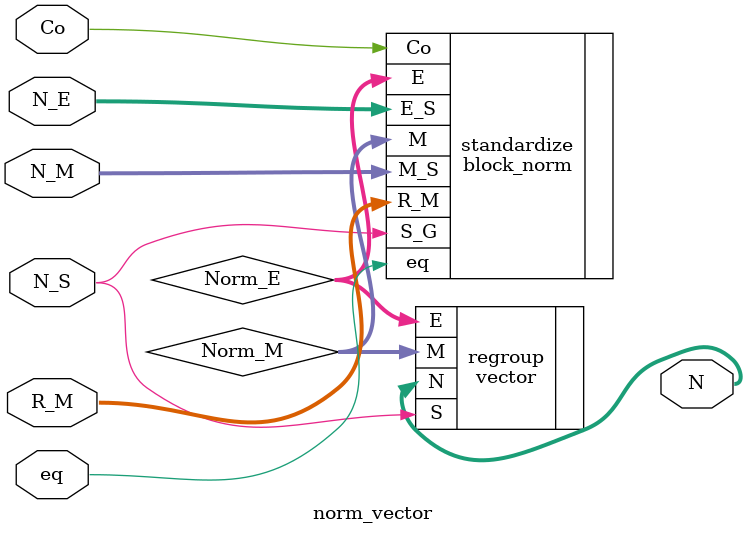
<source format=v>
module norm_vector
(
    input           N_S,            // --> sign
    input   [07:0]  N_E,            // --> Exponent
    input   [27:0]  N_M,            // --> Mantissa
    input           Co,             // --> Carry in
    input   [2:0]   R_M,            // --> rounding mode 
    input           eq,
    output  [31:0]  N               // --> out vector
);
    
wire  [07:0]  Norm_E;
wire  [22:0]  Norm_M;

block_norm standardize
(
.S_G(N_S),
.Co(Co),
.eq(eq),
.E_S(N_E),
.M_S(N_M),
.R_M(R_M),        // rounding mode 
.E(Norm_E),
.M(Norm_M)
);

vector      regroup
(
.S(N_S),              // --> sign
.E(Norm_E),              // --> Exponent
.M(Norm_M),              // --> Mantissa
.N(N)               // --> out vector
);

endmodule //norm_vector



</source>
